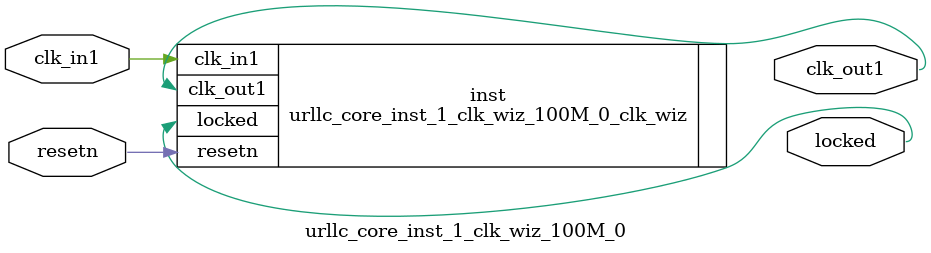
<source format=v>


`timescale 1ps/1ps

(* CORE_GENERATION_INFO = "urllc_core_inst_1_clk_wiz_100M_0,clk_wiz_v6_0_8_0_0,{component_name=urllc_core_inst_1_clk_wiz_100M_0,use_phase_alignment=true,use_min_o_jitter=false,use_max_i_jitter=false,use_dyn_phase_shift=false,use_inclk_switchover=false,use_dyn_reconfig=false,enable_axi=0,feedback_source=FDBK_AUTO,PRIMITIVE=PLL,num_out_clk=1,clkin1_period=20.000,clkin2_period=10.000,use_power_down=false,use_reset=true,use_locked=true,use_inclk_stopped=false,feedback_type=SINGLE,CLOCK_MGR_TYPE=NA,manual_override=false}" *)

module urllc_core_inst_1_clk_wiz_100M_0 
 (
  // Clock out ports
  output        clk_out1,
  // Status and control signals
  input         resetn,
  output        locked,
 // Clock in ports
  input         clk_in1
 );

  urllc_core_inst_1_clk_wiz_100M_0_clk_wiz inst
  (
  // Clock out ports  
  .clk_out1(clk_out1),
  // Status and control signals               
  .resetn(resetn), 
  .locked(locked),
 // Clock in ports
  .clk_in1(clk_in1)
  );

endmodule

</source>
